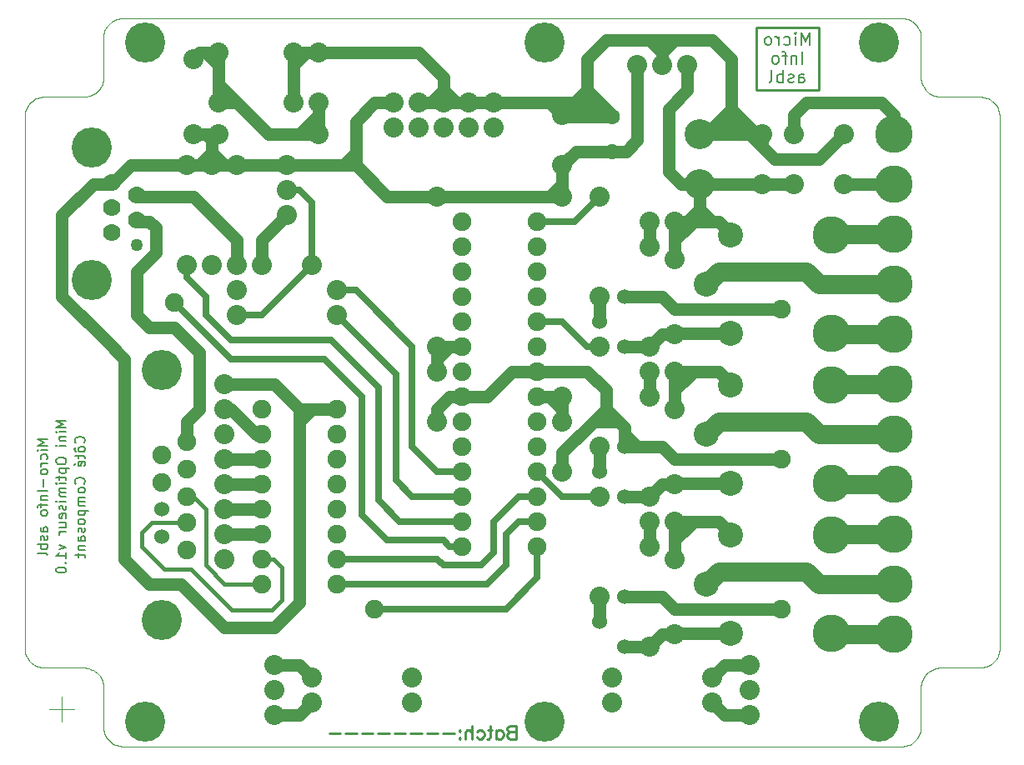
<source format=gbl>
G04 CAM350  V5.0 Date:  Mon Dec 19 11:08:04 2011 *
G04 Database: g:\clients\patrick brunet\mini-optimiseur\retouche\mini_optimiser_cam350.pcb *
G04 Layer 3: MiniOptimiseurS *
%FSLAX24Y24*%
%MOIN*%
%SFA1.000B1.000*%

%MIA0B0*%
%IPPOS*%
%ADD11C,0.01500*%
%ADD12C,0.00500*%
%ADD13C,0.00200*%
%ADD18C,0.06000*%
%ADD20C,0.08000*%
%ADD21C,0.07000*%
%ADD22C,0.05000*%
%ADD23C,0.16000*%
%ADD24C,0.10000*%
%ADD25C,0.15000*%
%ADD26C,0.12000*%
%ADD27C,0.06300*%
%ADD28C,0.07500*%
%ADD29C,0.06000*%
%ADD30C,0.02500*%
%ADD41C,0.01000*%
%ADD42C,0.00700*%
%LNMiniOptimiseurS*%
%SRX1Y1I0J0*%
G54D11*
%LPD*%
G54D20*
X25500Y27250D03*
X26500D03*
X24500D03*
X7750Y27750D03*
Y25750D03*
X10750Y27750D03*
Y25750D03*
G54D21*
X4500Y21050D03*
Y22050D03*
G54D22*
Y20050D03*
G54D21*
X3500Y22550D03*
Y21550D03*
Y20550D03*
G54D23*
X2700Y18650D03*
Y23950D03*
G54D24*
X28229Y8468D03*
Y4532D03*
X27245Y6500D03*
G54D25*
X32244Y8468D03*
Y4532D03*
G54D24*
X28229Y14468D03*
Y10532D03*
X27245Y12500D03*
G54D25*
X32244Y14468D03*
Y10532D03*
G54D24*
X28229Y20468D03*
Y16532D03*
X27245Y18500D03*
G54D25*
X32244Y20468D03*
Y16532D03*
G54D20*
X30750Y22500D03*
X32750Y24500D03*
X30750D03*
X32750Y22500D03*
X23000Y12000D03*
Y16000D03*
Y18000D03*
Y22000D03*
X25000Y14000D03*
Y10000D03*
X7750Y24500D03*
X11750D03*
X25000Y20000D03*
Y16000D03*
X23000Y6000D03*
Y10000D03*
X25000Y8000D03*
Y4000D03*
X8500Y23250D03*
Y19250D03*
X7500Y23250D03*
Y19250D03*
X6500Y23250D03*
Y19250D03*
X8500Y17250D03*
X12500D03*
Y18250D03*
X8500D03*
X27500Y2750D03*
X23500D03*
X27500Y1750D03*
X23500D03*
X11500D03*
X15500D03*
X11500Y2750D03*
X15500D03*
X14750Y24750D03*
Y25750D03*
X15750Y24750D03*
Y25750D03*
X16750Y24750D03*
Y25750D03*
X17750Y24750D03*
Y25750D03*
X18750Y24750D03*
Y25750D03*
X26000Y21000D03*
X25000D03*
X26000Y15000D03*
X25000D03*
X26000Y9000D03*
X25000D03*
G54D26*
X27000Y22500D03*
Y24500D03*
G54D27*
X23500Y23800D03*
Y25200D03*
G54D20*
X8000Y12500D03*
Y11500D03*
Y13500D03*
Y14500D03*
Y10500D03*
Y9500D03*
Y7500D03*
Y8500D03*
X29000Y3250D03*
Y1250D03*
Y2250D03*
X10000Y1250D03*
Y3250D03*
Y2250D03*
G54D28*
X9500Y13500D03*
Y12500D03*
Y11500D03*
Y10500D03*
Y9500D03*
Y8500D03*
Y7500D03*
Y6500D03*
X12500D03*
Y7500D03*
Y8500D03*
Y9500D03*
Y10500D03*
Y11500D03*
Y12500D03*
Y13500D03*
G54D23*
X5500Y15050D03*
Y5050D03*
G54D28*
X6500Y7850D03*
Y8950D03*
Y10000D03*
Y11100D03*
Y12200D03*
G54D29*
X5500Y8400D03*
Y9500D03*
G54D28*
Y10550D03*
Y11650D03*
G54D20*
X26000Y7500D03*
Y4500D03*
Y13500D03*
Y10500D03*
X6750Y24500D03*
Y27500D03*
X26000Y19500D03*
Y16500D03*
X11750Y25750D03*
Y27750D03*
X21500Y23250D03*
Y25250D03*
X29500Y22500D03*
Y24500D03*
X11500Y19250D03*
X9500D03*
X21500Y13000D03*
Y11000D03*
X16500Y15000D03*
Y13000D03*
G54D28*
X20500Y8000D03*
Y9000D03*
Y10000D03*
Y11000D03*
Y12000D03*
Y13000D03*
Y14000D03*
Y15000D03*
Y16000D03*
Y17000D03*
Y18000D03*
Y19000D03*
Y20000D03*
Y21000D03*
X17500D03*
Y20000D03*
Y19000D03*
Y18000D03*
Y17000D03*
Y16000D03*
Y15000D03*
Y14000D03*
Y13000D03*
Y12000D03*
Y11000D03*
Y10000D03*
Y9000D03*
Y8000D03*
G54D18*
X23000Y17000D03*
X24000Y18000D03*
Y16000D03*
X23000Y11000D03*
X24000Y12000D03*
Y10000D03*
G54D20*
X10500Y23250D03*
Y22250D03*
Y21250D03*
G54D18*
X23000Y5000D03*
X24000Y6000D03*
Y4000D03*
G54D20*
X21500Y22000D03*
Y14000D03*
X16500Y22000D03*
Y16000D03*
G54D23*
X4825Y28144D03*
X20770D03*
X34156D03*
X4825Y978D03*
X20770D03*
X34156D03*
G54D25*
X34750Y16500D03*
Y18500D03*
Y20500D03*
Y10500D03*
Y12500D03*
Y14500D03*
Y4500D03*
Y6500D03*
Y8500D03*
Y22500D03*
Y24500D03*
G54D28*
X6000Y17750D03*
X30250Y5500D03*
Y11500D03*
Y17500D03*
X14000Y5500D03*
G54D22*
X26000Y20250D02*
G01X26750Y21000D01*
Y21250*
X26000Y8250D02*
G01X26750Y9000D01*
X26000Y14250D02*
G01X26750Y15000D01*
X26000Y13500D02*
G01Y14250D01*
Y15000*
Y19500D02*
G01Y20250D01*
Y21000*
X27500D02*
G01X27000Y21500D01*
X26500Y21000D02*
G01X26750Y21250D01*
X27000Y21500*
Y22500D02*
G01Y21500D01*
Y21000*
X26000D02*
G01X26500D01*
X27000*
X27500*
X27750*
X28250Y20500*
X28229Y20468*
X26000Y15000D02*
G01X26750D01*
X27750*
X28250Y14500D02*
G01X28229Y14468D01*
X27750Y15000D02*
G01X28250Y14500D01*
X26000Y7500D02*
G01Y8250D01*
Y9000*
X26750*
X27750*
X28250Y8500*
X28229Y8468*
X26500Y26250D02*
G01Y27250D01*
X25750Y25500D02*
G01X26500Y26250D01*
X25750Y23000D02*
G01Y25500D01*
X26250Y22500D02*
G01X25750Y23000D01*
X30750Y22500D02*
G01X29500D01*
X27000D02*
G01X29500D01*
X27000D02*
G01X26250D01*
X8500Y19250D02*
G01Y20250D01*
X4500Y22000D02*
G01Y22050D01*
X6750Y22000D02*
G01X4500D01*
X8500Y20250D02*
G01X6750Y22000D01*
X9500Y19250D02*
G01Y20250D01*
X10500Y21250*
G54D28*
X31250Y19000D02*
G01X31750Y18500D01*
X27750Y19000D02*
G01X31250D01*
X34750Y18500D02*
G01X31750D01*
X27245D02*
G01X27250D01*
X27750Y19000*
X27245Y12500D02*
G01X27250D01*
X27750Y13000*
X31250D02*
G01X31750Y12500D01*
X27750Y13000D02*
G01X31250D01*
X34750Y12500D02*
G01X31750D01*
X31250Y7000D02*
G01X31750Y6500D01*
X32250*
X27245D02*
G01X27250D01*
X27750Y7000*
X31250*
X34750Y6500D02*
G01X32250D01*
X34750Y16500D02*
G01X32250D01*
X32244Y16532*
X34750Y10500D02*
G01X32250D01*
X32244Y10532*
X34750Y4500D02*
G01X32250D01*
X32244Y4532*
X34750Y20500D02*
G01X32250D01*
X32244Y20468*
X34750Y14500D02*
G01X32250D01*
X32244Y14468*
X34750Y8500D02*
G01X32250D01*
X32244Y8468*
G54D30*
X16500Y11000D02*
G01X15500Y12000D01*
X17500Y11000D02*
G01X16500D01*
X13250Y18250D02*
G01X12500D01*
X15500Y16000D02*
G01X13250Y18250D01*
X15500Y12000D02*
G01Y16000D01*
X12500Y6500D02*
G01X18500D01*
X19750Y9000D02*
G01X20500D01*
X19250Y8500D02*
G01X19750Y9000D01*
X19250Y7250D02*
G01Y8500D01*
X18500Y6500D02*
G01X19250Y7250D01*
X18250D02*
G01X18750Y7750D01*
X16750Y7250D02*
G01X18250D01*
X16500Y7500D02*
G01X16750Y7250D01*
X12500Y7500D02*
G01X16500D01*
X19750Y10000D02*
G01X20500D01*
X18750Y9000D02*
G01X19750Y10000D01*
X18750Y7750D02*
G01Y9000D01*
X20500Y21000D02*
G01X22000D01*
X23000Y22000*
X22500Y16000D02*
G01X21500Y17000D01*
X20500*
X23000Y16000D02*
G01X22500D01*
X23000Y10000D02*
G01X21500D01*
X20500Y11000*
X17000Y8000D02*
G01X16750Y8250D01*
X14500*
X13500Y9250*
Y14000*
X12000Y15500*
X8250*
X6000Y17750*
X17500Y8000D02*
G01X17000D01*
X17500Y9000D02*
G01X15000D01*
X6500Y18750D02*
G01Y19250D01*
X7250Y18000D02*
G01X6500Y18750D01*
X7250Y17250D02*
G01Y18000D01*
X8250Y16250D02*
G01X7250Y17250D01*
X12250Y16250D02*
G01X8250D01*
X14150Y14350D02*
G01X12250Y16250D01*
X14150Y9850D02*
G01Y14350D01*
X15000Y9000D02*
G01X14150Y9850D01*
X17500Y10000D02*
G01X15500D01*
X14850Y14900D02*
G01X12500Y17250D01*
X14850Y10650D02*
G01Y14900D01*
X15500Y10000D02*
G01X14850Y10650D01*
G54D22*
X6000Y16750D02*
G01X5000D01*
X4500Y19000D02*
G01X5250Y19750D01*
X4500Y17250D02*
G01Y19000D01*
X5000Y16750D02*
G01X4500Y17250D01*
X21000Y25750D02*
G01X22000D01*
X21500Y25250D02*
G01X22000Y25750D01*
X22500Y26250*
X23500Y25250*
Y25200*
X29500Y24500D02*
G01X29250D01*
X28250Y25500*
X27250Y24500*
X27000*
X16500Y13000D02*
G01Y13500D01*
X17000Y14000D02*
G01X17500D01*
X16500Y13500D02*
G01X17000Y14000D01*
X23750Y13000D02*
G01X23250Y13500D01*
X22750Y13000D02*
G01X23250Y13500D01*
X20500Y15000D02*
G01X22500D01*
X23250Y14250D02*
G01Y13500D01*
X22500Y15000D02*
G01X23250Y14250D01*
Y13500D02*
G01Y13000D01*
X24000Y12500D02*
G01X24500Y12000D01*
X21500Y11000D02*
G01Y11750D01*
X22750Y13000*
X23250*
X24000Y12750D02*
G01Y12500D01*
X23250Y13000D02*
G01X23750D01*
X24000Y12750*
Y12500D02*
G01Y12000D01*
X17500Y14000D02*
G01X18500D01*
X19500Y15000D02*
G01X20500D01*
X18500Y14000D02*
G01X19500Y15000D01*
X24000Y6000D02*
G01X25500D01*
X26000Y5500D02*
G01X30250D01*
X25500Y6000D02*
G01X26000Y5500D01*
X24000Y12000D02*
G01X24500D01*
X25500*
X26000Y11500*
X30250*
X24000Y18000D02*
G01X25500D01*
X26000Y17500D02*
G01X30250D01*
X25500Y18000D02*
G01X26000Y17500D01*
X16250Y25750D02*
G01X16750Y26250D01*
X17250Y25750*
X10750Y27250D02*
G01X11250Y27750D01*
X29500Y24000D02*
G01X29000Y24500D01*
X28250Y25000D02*
G01X28750Y24500D01*
X28250Y25000D02*
G01X27750Y24500D01*
X22500Y25750D02*
G01X23000Y25250D01*
Y25200*
X22500Y25750D02*
G01X22000Y25250D01*
Y25200*
X25500Y27750D02*
G01X26000Y28250D01*
X25500Y27750D02*
G01X25000Y28250D01*
X25500Y27250D02*
G01Y27750D01*
Y28250*
X22500Y25200D02*
G01Y25750D01*
Y27500*
X23250Y28250*
X25000*
X28250Y27500D02*
G01Y25000D01*
Y24500*
X26000Y28250D02*
G01X27500D01*
X28250Y27500*
X25000Y28250D02*
G01X25500D01*
X26000*
X23500Y25200D02*
G01X23000D01*
X22500*
X22000*
X21550*
X21500Y25250*
X18750Y25750D02*
G01X21000D01*
X21500Y25250*
X29500Y24500D02*
G01X29000D01*
X28750*
X28250*
X27750*
X27000*
X32750D02*
G01X31750Y23500D01*
X29500Y24000D02*
G01Y24500D01*
X30000Y23500D02*
G01X29500Y24000D01*
X31750Y23500D02*
G01X30000D01*
X16750Y25750D02*
G01X16250D01*
X15750*
X16750D02*
G01Y26750D01*
X15750Y27750D02*
G01X11750D01*
X16750Y26750D02*
G01X15750Y27750D01*
X10750Y25750D02*
G01Y27250D01*
Y27750*
X7000Y15750D02*
G01X6000Y16750D01*
X5250Y19750D02*
G01Y20750D01*
X6500Y12200D02*
G01Y13000D01*
X4500Y21000D02*
G01Y21050D01*
X5000Y21000D02*
G01X4500D01*
X5250Y20750D02*
G01X5000Y21000D01*
X7000Y13500D02*
G01Y15750D01*
X6500Y13000D02*
G01X7000Y13500D01*
X18750Y25750D02*
G01X17750D01*
X17250*
X16750*
X11750Y27750D02*
G01X11250D01*
X10750*
X30750Y24500D02*
G01Y25250D01*
X34750D02*
G01Y24500D01*
X34250Y25750D02*
G01X34750Y25250D01*
X31250Y25750D02*
G01X34250D01*
X30750Y25250D02*
G01X31250Y25750D01*
X34750Y22500D02*
G01X32750D01*
X9250Y12500D02*
G01X8250Y13500D01*
X9500Y12500D02*
G01X9250D01*
X8250Y13500D02*
G01X8000D01*
G54D11*
X6750Y10000D02*
G01X6500D01*
X7250Y9500D02*
G01X6750Y10000D01*
X7250Y7250D02*
G01Y9500D01*
X8000Y6500D02*
G01X7250Y7250D01*
X9500Y6500D02*
G01X8000D01*
G54D22*
X9500Y8500D02*
G01X8000D01*
G54D11*
X9900Y5450D02*
G01X10300Y5850D01*
Y7150D02*
G01X9950Y7500D01*
X10300Y5850D02*
G01Y7150D01*
X7200Y6550D02*
G01X6650Y7100D01*
X5100Y8950D02*
G01X6500D01*
X4700Y8550D02*
G01X5100Y8950D01*
X4700Y8000D02*
G01Y8550D01*
X5600Y7100D02*
G01X4700Y8000D01*
X6650Y7100D02*
G01X5600D01*
X9500Y7500D02*
G01X9950D01*
X8300Y5450D02*
G01X7200Y6550D01*
X9900Y5450D02*
G01X8300D01*
G54D22*
X9500Y11500D02*
G01X8000D01*
X9500Y10500D02*
G01X8000D01*
X9500Y9500D02*
G01X8000D01*
X11000Y3250D02*
G01X11500Y2750D01*
X10000Y3250D02*
G01X11000D01*
X23000Y5000D02*
G01Y6000D01*
X10000Y1250D02*
G01X11000D01*
X11500Y1750*
G54D30*
X9500Y17250D02*
G01X11500Y19250D01*
Y21750*
X11000Y22250*
X10500*
X8500Y17250D02*
G01X9500D01*
G54D22*
X25000Y21000D02*
G01Y20000D01*
X23000Y18000D02*
G01Y17000D01*
X28000Y1250D02*
G01X27500Y1750D01*
X29000Y1250D02*
G01X28000D01*
Y3250D02*
G01X27500Y2750D01*
X29000Y3250D02*
G01X28000D01*
X16500Y15500D02*
G01X17000Y16000D01*
X16500D02*
G01Y15500D01*
Y15000*
X17500Y16000D02*
G01X17000D01*
X16500*
X25500Y4500D02*
G01X25000Y4000D01*
X28229Y4532D02*
G01X26032D01*
X26000Y4500*
X25000Y4000D02*
G01X24000D01*
X26000Y4500D02*
G01X25500D01*
X25000Y8000D02*
G01Y9000D01*
Y14000D02*
G01Y15000D01*
X23000Y11000D02*
G01Y12000D01*
X28229Y16532D02*
G01X26032D01*
X26000Y16500*
X25000Y16000D02*
G01X24000D01*
X26000Y16500D02*
G01X25500D01*
X25000Y16000*
X26032Y10532D02*
G01X26000Y10500D01*
X25000Y10000D02*
G01X24000D01*
X26000Y10500D02*
G01X25500D01*
X25000Y10000*
X28229Y10532D02*
G01X26032D01*
X21000Y14000D02*
G01X21500D01*
Y13500D02*
G01X21000Y14000D01*
X21500D02*
G01Y13500D01*
Y13000*
X20500Y14000D02*
G01X21000D01*
X8500Y25750D02*
G01X7750Y26500D01*
G54D30*
X20500Y8000D02*
G01Y6750D01*
X19250Y5500D02*
G01X14000D01*
X20500Y6750D02*
G01X19250Y5500D01*
G54D22*
X7250Y27750D02*
G01X7750Y27250D01*
X11000Y24500D02*
G01X11750Y25250D01*
X8500Y25750D02*
G01X9750Y24500D01*
X7750Y27750D02*
G01X7250D01*
X7000*
X7750Y25750D02*
G01Y26500D01*
Y27250*
Y27750*
X11750Y24500D02*
G01Y25250D01*
Y25750*
X7000Y27750D02*
G01X6750Y27500D01*
X9750Y24500D02*
G01X11000D01*
X11750*
X7750Y25750D02*
G01X8500D01*
X11000Y13000D02*
G01X11500Y13500D01*
X11000D02*
G01X10000Y14500D01*
X12500Y13500D02*
G01X11500D01*
X11000*
Y12750D02*
G01Y13000D01*
Y13500*
X8000Y23250D02*
G01X7500Y23750D01*
X7000Y23250D02*
G01X7500Y23750D01*
X12750Y23250D02*
G01X13250Y23750D01*
Y23250D02*
G01Y23750D01*
Y25000*
X14000Y25750*
X14750*
X16500Y22000D02*
G01X14500D01*
X13250Y23250*
X21000Y22000D02*
G01X21500Y22500D01*
Y22000D02*
G01Y22500D01*
Y23250*
X16500Y22000D02*
G01X21000D01*
X21500*
X10000Y4750D02*
G01X11000Y5750D01*
Y12750*
X23500Y23800D02*
G01X22050D01*
X21500Y23250*
X23500Y23800D02*
G01X24050D01*
X24500Y24250D02*
G01Y27250D01*
X24050Y23800D02*
G01X24500Y24250D01*
X8500Y23250D02*
G01X10500D01*
X13250D02*
G01X12750D01*
X10500*
X4500Y7000D02*
G01X4000Y7500D01*
Y15500D02*
G01X3250Y16250D01*
X4000Y7500D02*
G01Y15500D01*
X1500Y21250D02*
G01X2750Y22500D01*
X3500*
X3250Y16250D02*
G01X1500Y18000D01*
Y21250*
X7500Y24250D02*
G01X7250Y24500D01*
X7750D02*
G01X7250D01*
X6750*
X7500Y23250D02*
G01Y23750D01*
Y24250*
X7750Y24500*
X8000Y4750D02*
G01X10000D01*
X6250Y6500D02*
G01X8000Y4750D01*
X5000Y6500D02*
G01X6250D01*
X4500Y7000D02*
G01X5000Y6500D01*
X3500Y22500D02*
G01Y22550D01*
X6500Y23250D02*
G01X4250D01*
X3500Y22500*
Y22550*
X7500Y23250D02*
G01X7000D01*
X6500*
X8500D02*
G01X8000D01*
X7500*
X10000Y14500D02*
G01X8000D01*
G54D13*
X2364Y25978D02*
G01X2432Y25981D01*
X2500Y25990*
X2567Y26005*
X2633Y26026*
X2697Y26052*
X2758Y26084*
X2815Y26121*
X2870Y26163*
X2921Y26209*
X2967Y26260*
X3009Y26315*
X3046Y26373*
X3078Y26433*
X3104Y26497*
X3125Y26563*
X3140Y26630*
X3149Y26698*
X3152Y26766*
Y28341*
X3155Y28409*
X3164Y28477*
X3179Y28544*
X3200Y28610*
X3226Y28673*
X3258Y28734*
X3295Y28792*
X3337Y28846*
X3383Y28897*
X3434Y28943*
X3488Y28985*
X3546Y29022*
X3607Y29054*
X3670Y29080*
X3736Y29101*
X3803Y29116*
X3871Y29125*
X3939Y29128*
X35041*
X35109Y29125*
X35177Y29116*
X35244Y29101*
X35310Y29080*
X35373Y29054*
X35434Y29022*
X35492Y28985*
X35546Y28943*
X35597Y28897*
X35643Y28846*
X35685Y28792*
X35722Y28734*
X35754Y28673*
X35780Y28610*
X35801Y28544*
X35816Y28477*
X35825Y28409*
X35828Y28341*
X35829*
Y26766*
X35828*
X35831Y26698*
X35840Y26630*
X35855Y26563*
X35876Y26497*
X35902Y26433*
X35934Y26373*
X35971Y26315*
X36013Y26260*
X36059Y26209*
X36110Y26163*
X36165Y26121*
X36223Y26084*
X36283Y26052*
X36347Y26026*
X36413Y26005*
X36480Y25990*
X36548Y25981*
X36616Y25978*
X38191*
X38259Y25975*
X38327Y25966*
X38394Y25951*
X38460Y25930*
X38523Y25904*
X38584Y25872*
X38642Y25835*
X38696Y25793*
X38747Y25747*
X38793Y25696*
X38835Y25642*
X38872Y25584*
X38904Y25523*
X38930Y25460*
X38951Y25394*
X38966Y25327*
X38975Y25259*
X38978Y25191*
Y3931*
X38975Y3863*
X38966Y3795*
X38951Y3728*
X38930Y3662*
X38904Y3599*
X38872Y3538*
X38835Y3480*
X38793Y3426*
X38747Y3375*
X38696Y3329*
X38642Y3287*
X38584Y3250*
X38523Y3218*
X38460Y3192*
X38394Y3171*
X38327Y3156*
X38259Y3147*
X38191Y3144*
X36616*
Y3143*
X36548Y3140*
X36480Y3131*
X36413Y3116*
X36347Y3095*
X36284Y3069*
X36223Y3037*
X36165Y3000*
X36111Y2958*
X36060Y2912*
X36014Y2861*
X35972Y2807*
X35935Y2749*
X35903Y2688*
X35877Y2625*
X35856Y2559*
X35841Y2492*
X35832Y2424*
X35829Y2356*
Y781*
X35826Y713*
X35817Y645*
X35802Y578*
X35781Y512*
X35755Y448*
X35723Y388*
X35686Y330*
X35644Y275*
X35598Y224*
X35547Y178*
X35492Y136*
X35435Y99*
X35374Y67*
X35310Y41*
X35244Y20*
X35177Y5*
X35109Y-4*
X35041Y-7*
Y-6*
X3939*
X3871Y-3*
X3803Y6*
X3736Y21*
X3670Y42*
X3607Y68*
X3546Y100*
X3488Y137*
X3434Y179*
X3383Y225*
X3337Y276*
X3295Y330*
X3258Y388*
X3226Y449*
X3200Y512*
X3179Y578*
X3164Y645*
X3155Y713*
X3152Y781*
Y2356*
X3149Y2424*
X3140Y2492*
X3125Y2559*
X3104Y2625*
X3078Y2689*
X3046Y2749*
X3009Y2807*
X2967Y2862*
X2921Y2913*
X2870Y2959*
X2815Y3001*
X2758Y3038*
X2697Y3070*
X2633Y3096*
X2567Y3117*
X2500Y3132*
X2432Y3141*
X2364Y3144*
X789*
X721Y3147*
X653Y3156*
X586Y3171*
X520Y3192*
X457Y3218*
X396Y3250*
X338Y3287*
X284Y3329*
X233Y3375*
X187Y3426*
X145Y3480*
X108Y3538*
X76Y3599*
X50Y3662*
X29Y3728*
X14Y3795*
X5Y3863*
X2Y3931*
Y25191*
X5Y25259*
X14Y25327*
X29Y25394*
X50Y25460*
X76Y25523*
X108Y25584*
X145Y25642*
X187Y25696*
X233Y25747*
X284Y25793*
X338Y25835*
X396Y25872*
X457Y25904*
X520Y25930*
X586Y25951*
X653Y25966*
X721Y25975*
X789Y25978*
X2364*
G54D41*
X29250Y26250D02*
G01Y28750D01*
X31750Y26250D02*
G01X29250D01*
X31750Y28750D02*
G01Y26250D01*
X29250Y28750D02*
G01X31750D01*
G54D12*
X31381Y28048D02*
G01Y28548D01*
X31214Y28190*
X31048Y28548*
Y28048*
X30810D02*
G01Y28381D01*
Y28548D02*
G01X30834Y28524D01*
X30810Y28500*
X30786Y28524*
X30810Y28548*
Y28500*
X30358Y28071D02*
G01X30405Y28048D01*
X30501*
X30548Y28071*
X30572Y28095*
X30596Y28143*
Y28286*
X30572Y28333*
X30548Y28357*
X30501Y28381*
X30405*
X30358Y28357*
X30143Y28048D02*
G01Y28381D01*
Y28286D02*
G01X30119Y28333D01*
X30095Y28357*
X30048Y28381*
X30000*
X29762Y28048D02*
G01X29809Y28071D01*
X29833Y28095*
X29857Y28143*
Y28286*
X29833Y28333*
X29809Y28357*
X29762Y28381*
X29690*
X29642Y28357*
X29619Y28333*
X29595Y28286*
Y28143*
X29619Y28095*
X29642Y28071*
X29690Y28048*
X29762*
X31095Y27298D02*
G01Y27798D01*
X30857Y27631D02*
G01Y27298D01*
Y27583D02*
G01X30833Y27607D01*
X30786Y27631*
X30714*
X30666Y27607*
X30643Y27560*
Y27298*
X30476Y27631D02*
G01X30286D01*
X30405Y27298D02*
G01Y27726D01*
X30381Y27774*
X30334Y27798*
X30286*
X30048Y27298D02*
G01X30095Y27321D01*
X30119Y27345*
X30143Y27393*
Y27536*
X30119Y27583*
X30095Y27607*
X30048Y27631*
X29976*
X29928Y27607*
X29905Y27583*
X29881Y27536*
Y27393*
X29905Y27345*
X29928Y27321*
X29976Y27298*
X30048*
X30952Y26548D02*
G01Y26810D01*
X30975Y26857*
X31023Y26881*
X31118*
X31166Y26857*
X30952Y26571D02*
G01X30999Y26548D01*
X31118*
X31166Y26571*
X31190Y26619*
Y26667*
X31166Y26714*
X31118Y26738*
X30999*
X30952Y26762*
X30738Y26571D02*
G01X30690Y26548D01*
X30595*
X30547Y26571*
X30523Y26619*
Y26643*
X30547Y26690*
X30595Y26714*
X30666*
X30714Y26738*
X30738Y26786*
Y26810*
X30714Y26857*
X30666Y26881*
X30595*
X30547Y26857*
X30309Y26548D02*
G01Y27048D01*
Y26857D02*
G01X30261Y26881D01*
X30166*
X30118Y26857*
X30095Y26833*
X30071Y26786*
Y26643*
X30095Y26595*
X30118Y26571*
X30166Y26548*
X30261*
X30309Y26571*
X29786Y26548D02*
G01X29833Y26571D01*
X29857Y26619*
Y27048*
G54D42*
X1660Y13036D02*
G01X1260D01*
X1546Y12902*
X1260Y12769*
X1660*
Y12579D02*
G01X1393D01*
X1260D02*
G01X1279Y12598D01*
X1298Y12579*
X1279Y12560*
X1260Y12579*
X1298*
X1393Y12389D02*
G01X1660D01*
X1431D02*
G01X1412Y12370D01*
X1393Y12332*
Y12274*
X1412Y12236*
X1450Y12217*
X1660*
Y12027D02*
G01X1393D01*
X1260D02*
G01X1279Y12046D01*
X1298Y12027*
X1279Y12008*
X1260Y12027*
X1298*
X1260Y11456D02*
G01Y11379D01*
X1279Y11341*
X1317Y11303*
X1393Y11284*
X1527*
X1603Y11303*
X1641Y11341*
X1660Y11379*
Y11456*
X1641Y11494*
X1603Y11532*
X1527Y11551*
X1393*
X1317Y11532*
X1279Y11494*
X1260Y11456*
X1393Y11113D02*
G01X1793D01*
X1412D02*
G01X1393Y11075D01*
Y10998*
X1412Y10960*
X1431Y10941*
X1469Y10922*
X1584*
X1622Y10941*
X1641Y10960*
X1660Y10998*
Y11075*
X1641Y11113*
X1393Y10808D02*
G01Y10656D01*
X1260Y10751D02*
G01X1603D01*
X1641Y10732*
X1660Y10694*
Y10656*
Y10522D02*
G01X1393D01*
X1260D02*
G01X1279Y10541D01*
X1298Y10522*
X1279Y10503*
X1260Y10522*
X1298*
X1660Y10332D02*
G01X1393D01*
X1431D02*
G01X1412Y10313D01*
X1393Y10275*
Y10217*
X1412Y10179*
X1450Y10160*
X1660*
X1450D02*
G01X1412Y10141D01*
X1393Y10103*
Y10046*
X1412Y10008*
X1450Y9989*
X1660*
Y9799D02*
G01X1393D01*
X1260D02*
G01X1279Y9818D01*
X1298Y9799*
X1279Y9780*
X1260Y9799*
X1298*
X1641Y9628D02*
G01X1660Y9590D01*
Y9514*
X1641Y9475*
X1603Y9456*
X1584*
X1546Y9475*
X1527Y9514*
Y9571*
X1508Y9609*
X1469Y9628*
X1450*
X1412Y9609*
X1393Y9571*
Y9514*
X1412Y9475*
X1641Y9132D02*
G01X1660Y9170D01*
Y9247*
X1641Y9285*
X1603Y9304*
X1450*
X1412Y9285*
X1393Y9247*
Y9170*
X1412Y9132*
X1450Y9113*
X1488*
X1527Y9304*
X1393Y8770D02*
G01X1660D01*
X1393Y8942D02*
G01X1603D01*
X1641Y8923*
X1660Y8885*
Y8827*
X1641Y8789*
X1622Y8770*
X1660Y8580D02*
G01X1393D01*
X1469D02*
G01X1431Y8561D01*
X1412Y8542*
X1393Y8504*
Y8465*
Y8065D02*
G01X1660Y7970D01*
X1393Y7874*
X1660Y7512D02*
G01Y7741D01*
Y7627D02*
G01X1260D01*
X1317Y7665*
X1355Y7703*
X1374Y7741*
X1622Y7341D02*
G01X1641Y7322D01*
X1660Y7341*
X1641Y7360*
X1622Y7341*
X1660*
X1260Y7075D02*
G01Y7036D01*
X1279Y6998*
X1298Y6979*
X1336Y6960*
X1412Y6941*
X1508*
X1584Y6960*
X1622Y6979*
X1641Y6998*
X1660Y7036*
Y7075*
X1641Y7113*
X1622Y7132*
X1584Y7151*
X1508Y7170*
X1412*
X1336Y7151*
X1298Y7132*
X1279Y7113*
X1260Y7075*
X2372Y12141D02*
G01X2391Y12160D01*
X2410Y12217*
Y12255*
X2391Y12313*
X2353Y12351*
X2315Y12370*
X2238Y12389*
X2181*
X2105Y12370*
X2067Y12351*
X2029Y12313*
X2010Y12255*
Y12217*
X2029Y12160*
X2048Y12141*
X2410Y11913D02*
G01X2391Y11951D01*
X2372Y11970*
X2334Y11989*
X2219*
X2181Y11970*
X2162Y11951*
X2143Y11913*
Y11855*
X2162Y11817*
X2181Y11798*
X2219Y11779*
X2334*
X2372Y11798*
X2391Y11817*
X2410Y11855*
Y11913*
X2048Y11951D02*
G01X1991Y11875D01*
X2048Y11798*
X2143Y11665D02*
G01Y11513D01*
X2010Y11608D02*
G01X2353D01*
X2391Y11589*
X2410Y11551*
Y11513*
X2391Y11226D02*
G01X2410Y11264D01*
Y11341*
X2391Y11379*
X2353Y11398*
X2200*
X2162Y11379*
X2143Y11341*
Y11264*
X2162Y11226*
X2200Y11207*
X2238*
X2277Y11398*
X1991Y11264D02*
G01X2048Y11322D01*
X2372Y10502D02*
G01X2391Y10521D01*
X2410Y10578*
Y10616*
X2391Y10674*
X2353Y10712*
X2315Y10731*
X2238Y10750*
X2181*
X2105Y10731*
X2067Y10712*
X2029Y10674*
X2010Y10616*
Y10578*
X2029Y10521*
X2048Y10502*
X2410Y10274D02*
G01X2391Y10312D01*
X2372Y10331*
X2334Y10350*
X2219*
X2181Y10331*
X2162Y10312*
X2143Y10274*
Y10216*
X2162Y10178*
X2181Y10159*
X2219Y10140*
X2334*
X2372Y10159*
X2391Y10178*
X2410Y10216*
Y10274*
Y9969D02*
G01X2143D01*
X2181D02*
G01X2162Y9950D01*
X2143Y9912*
Y9854*
X2162Y9816*
X2200Y9797*
X2410*
X2200D02*
G01X2162Y9778D01*
X2143Y9740*
Y9683*
X2162Y9645*
X2200Y9626*
X2410*
X2143Y9436D02*
G01X2543D01*
X2162D02*
G01X2143Y9398D01*
Y9321*
X2162Y9283*
X2181Y9264*
X2219Y9245*
X2334*
X2372Y9264*
X2391Y9283*
X2410Y9321*
Y9398*
X2391Y9436*
X2410Y9017D02*
G01X2391Y9055D01*
X2372Y9074*
X2334Y9093*
X2219*
X2181Y9074*
X2162Y9055*
X2143Y9017*
Y8959*
X2162Y8921*
X2181Y8902*
X2219Y8883*
X2334*
X2372Y8902*
X2391Y8921*
X2410Y8959*
Y9017*
X2391Y8731D02*
G01X2410Y8693D01*
Y8617*
X2391Y8578*
X2353Y8559*
X2334*
X2296Y8578*
X2277Y8617*
Y8674*
X2258Y8712*
X2219Y8731*
X2200*
X2162Y8712*
X2143Y8674*
Y8617*
X2162Y8578*
X2410Y8216D02*
G01X2200D01*
X2162Y8235*
X2143Y8273*
Y8350*
X2162Y8388*
X2391Y8216D02*
G01X2410Y8254D01*
Y8350*
X2391Y8388*
X2353Y8407*
X2315*
X2277Y8388*
X2258Y8350*
Y8254*
X2238Y8216*
X2143Y8026D02*
G01X2410D01*
X2181D02*
G01X2162Y8007D01*
X2143Y7969*
Y7911*
X2162Y7873*
X2200Y7854*
X2410*
X2143Y7721D02*
G01Y7569D01*
X2010Y7664D02*
G01X2353D01*
X2391Y7645*
X2410Y7607*
Y7569*
X910Y12303D02*
G01X510D01*
X796Y12169*
X510Y12036*
X910*
Y11846D02*
G01X643D01*
X510D02*
G01X529Y11865D01*
X548Y11846*
X529Y11827*
X510Y11846*
X548*
X891Y11484D02*
G01X910Y11522D01*
Y11599*
X891Y11637*
X872Y11656*
X834Y11675*
X719*
X681Y11656*
X662Y11637*
X643Y11599*
Y11522*
X662Y11484*
X910Y11313D02*
G01X643D01*
X719D02*
G01X681Y11294D01*
X662Y11275*
X643Y11237*
Y11198*
X910Y11008D02*
G01X891Y11046D01*
X872Y11065*
X834Y11084*
X719*
X681Y11065*
X662Y11046*
X643Y11008*
Y10950*
X662Y10912*
X681Y10893*
X719Y10874*
X834*
X872Y10893*
X891Y10912*
X910Y10950*
Y11008*
X758Y10703D02*
G01Y10398D01*
X910Y10208D02*
G01X510D01*
X643Y10018D02*
G01X910D01*
X681D02*
G01X662Y9999D01*
X643Y9961*
Y9903*
X662Y9865*
X700Y9846*
X910*
X643Y9713D02*
G01Y9561D01*
X910Y9656D02*
G01X567D01*
X529Y9637*
X510Y9599*
Y9561*
X910Y9370D02*
G01X891Y9408D01*
X872Y9427*
X834Y9446*
X719*
X681Y9427*
X662Y9408*
X643Y9370*
Y9312*
X662Y9274*
X681Y9255*
X719Y9236*
X834*
X872Y9255*
X891Y9274*
X910Y9312*
Y9370*
Y8588D02*
G01X700D01*
X662Y8607*
X643Y8645*
Y8722*
X662Y8760*
X891Y8588D02*
G01X910Y8626D01*
Y8722*
X891Y8760*
X853Y8779*
X815*
X777Y8760*
X758Y8722*
Y8626*
X738Y8588*
X891Y8417D02*
G01X910Y8379D01*
Y8303*
X891Y8264*
X853Y8245*
X834*
X796Y8264*
X777Y8303*
Y8360*
X758Y8398*
X719Y8417*
X700*
X662Y8398*
X643Y8360*
Y8303*
X662Y8264*
X910Y8074D02*
G01X510D01*
X662D02*
G01X643Y8036D01*
Y7959*
X662Y7921*
X681Y7902*
X719Y7883*
X834*
X872Y7902*
X891Y7921*
X910Y7959*
Y8036*
X891Y8074*
X910Y7655D02*
G01X891Y7693D01*
X853Y7712*
X510*
G54D13*
X1500Y1995D02*
G01Y995D01*
X1000Y1495D02*
G01X2000D01*
G54D41*
G01X19650Y825D02*
Y300D01*
Y825D02*
X19425D01*
X19350Y800D01*
X19325Y775D01*
X19300Y725D01*
Y675D01*
X19325Y625D01*
X19350Y600D01*
X19425Y575D01*
X19650D02*
X19425D01*
X19350Y550D01*
X19325Y525D01*
X19300Y475D01*
Y400D01*
X19325Y350D01*
X19350Y325D01*
X19425Y300D01*
X19650D01*
X18850Y650D02*
Y300D01*
Y575D02*
X18900Y625D01*
X18950Y650D01*
X19025D01*
X19075Y625D01*
X19125Y575D01*
X19150Y500D01*
Y450D01*
X19125Y375D01*
X19075Y325D01*
X19025Y300D01*
X18950D01*
X18900Y325D01*
X18850Y375D01*
X18625Y825D02*
Y400D01*
X18600Y325D01*
X18550Y300D01*
X18500D01*
X18700Y650D02*
X18525D01*
X18075Y575D02*
X18125Y625D01*
X18175Y650D01*
X18250D01*
X18300Y625D01*
X18350Y575D01*
X18375Y500D01*
Y450D01*
X18350Y375D01*
X18300Y325D01*
X18250Y300D01*
X18175D01*
X18125Y325D01*
X18075Y375D01*
X17900Y825D02*
Y300D01*
Y550D02*
X17825Y625D01*
X17775Y650D01*
X17700D01*
X17650Y625D01*
X17625Y550D01*
Y300D01*
X17400Y650D02*
X17425Y625D01*
X17400Y600D01*
X17375Y625D01*
X17400Y650D01*
Y350D02*
X17425Y325D01*
X17400Y300D01*
X17375Y325D01*
X17400Y350D01*
X17175Y525D02*
X16725D01*
X16525D02*
X16075D01*
X15875D02*
X15425D01*
X15225D02*
X14775D01*
X14575D02*
X14125D01*
X13925D02*
X13475D01*
X13275D02*
X12825D01*
X12625D02*
X12175D01*
M02*

</source>
